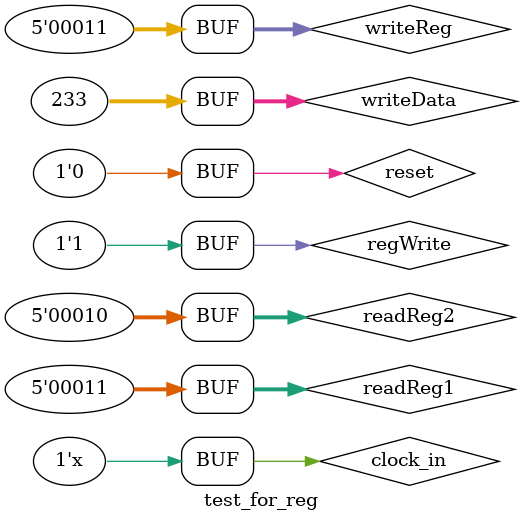
<source format=v>
`timescale 1ns / 1ps


module test_for_reg;

	// Inputs
	reg clock_in;
	reg regWrite;
	reg [4:0] readReg1;
	reg [4:0] readReg2;
	reg [4:0] writeReg;
	reg [31:0] writeData;
	reg reset;

	// Outputs
	wire [31:0] readData1;
	wire [31:0] readData2;
	wire [31:0] reg1;
	wire [31:0] reg2;

	// Instantiate the Unit Under Test (UUT)
	Register uut (
		.clock_in(clock_in), 
		.regWrite(regWrite), 
		.readReg1(readReg1), 
		.readReg2(readReg2), 
		.writeReg(writeReg), 
		.writeData(writeData), 
		.reset(reset), 
		.readData1(readData1), 
		.readData2(readData2), 
		.reg1(reg1), 
		.reg2(reg2)
	);
	always #15 clock_in = ~clock_in;
	initial begin
		// Initialize Inputs
		clock_in = 0;
		regWrite = 0;
		readReg1 = 0;
		readReg2 = 0;
		writeReg = 0;
		writeData = 0;
		reset = 1;
		

		#40;
		reset = 0;
		readReg1 = 'b01;
		readReg2 = 'b10;
		writeReg = 'b01;
		writeData = 255;
		
		#30;
		regWrite = 1;
		writeReg = 'b10;
		#30;
		writeData = 233;
		writeReg  = 'b11;
		#30;
		readReg1 = 'b11;
		

	end
      
endmodule


</source>
